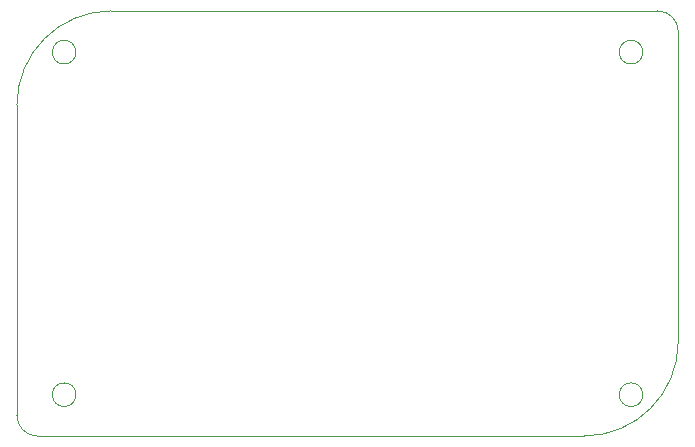
<source format=gbr>
%TF.GenerationSoftware,KiCad,Pcbnew,(5.1.5)-3*%
%TF.CreationDate,2020-04-26T22:01:22+08:00*%
%TF.ProjectId,vllink_highspeed.r1,766c6c69-6e6b-45f6-9869-676873706565,rev?*%
%TF.SameCoordinates,Original*%
%TF.FileFunction,Profile,NP*%
%FSLAX46Y46*%
G04 Gerber Fmt 4.6, Leading zero omitted, Abs format (unit mm)*
G04 Created by KiCad (PCBNEW (5.1.5)-3) date 2020-04-26 22:01:22*
%MOMM*%
%LPD*%
G04 APERTURE LIST*
%ADD10C,0.050000*%
G04 APERTURE END LIST*
D10*
X101750000Y-135750000D02*
X148000000Y-135750000D01*
X156000000Y-127750000D02*
X156000000Y-101500000D01*
X100000000Y-107750000D02*
X100000000Y-134000000D01*
X154250000Y-99750000D02*
X108000000Y-99750000D01*
X101750000Y-135750000D02*
G75*
G02X100000000Y-134000000I0J1750000D01*
G01*
X154250000Y-99750000D02*
G75*
G02X156000000Y-101500000I0J-1750000D01*
G01*
X105000000Y-132250000D02*
G75*
G03X105000000Y-132250000I-1000000J0D01*
G01*
X153000000Y-132250000D02*
G75*
G03X153000000Y-132250000I-1000000J0D01*
G01*
X153000000Y-103250000D02*
G75*
G03X153000000Y-103250000I-1000000J0D01*
G01*
X105000000Y-103250000D02*
G75*
G03X105000000Y-103250000I-1000000J0D01*
G01*
X156000000Y-127750000D02*
G75*
G02X148000000Y-135750000I-8000000J0D01*
G01*
X100000000Y-107750000D02*
G75*
G02X108000000Y-99750000I8000000J0D01*
G01*
M02*

</source>
